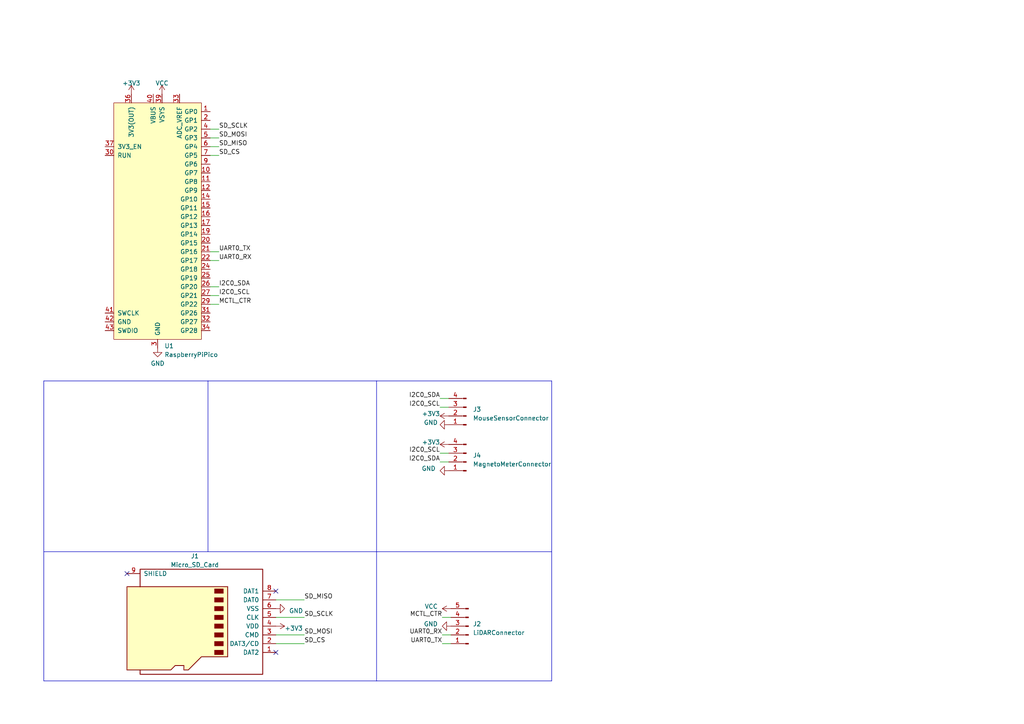
<source format=kicad_sch>
(kicad_sch (version 20230121) (generator eeschema)
  (paper "A4")
  (lib_symbols
    (symbol "Connector:Conn_01x04_Pin" (pin_names (offset 1.016) hide)
      (property "Reference" "J" (at 0 5.08 0))
      (property "Value" "Conn_01x04_Pin" (at 0 -7.62 0))
      (symbol "Conn_01x04_Pin_1_1"
        (polyline (pts (xy 1.27 -5.08) (xy 0.8636 -5.08)) (stroke (width 0.1524)))
        (polyline (pts (xy 1.27 -2.54) (xy 0.8636 -2.54)) (stroke (width 0.1524)))
        (polyline (pts (xy 1.27 0) (xy 0.8636 0)) (stroke (width 0.1524)))
        (polyline (pts (xy 1.27 2.54) (xy 0.8636 2.54)) (stroke (width 0.1524)))
        (rectangle (start 0.8636 -4.953) (end 0 -5.207) (stroke (width 0.1524)) (fill (type outline)))
        (rectangle (start 0.8636 -2.413) (end 0 -2.667) (stroke (width 0.1524)) (fill (type outline)))
        (rectangle (start 0.8636 0.127) (end 0 -0.127) (stroke (width 0.1524)) (fill (type outline)))
        (rectangle (start 0.8636 2.667) (end 0 2.413) (stroke (width 0.1524)) (fill (type outline)))
        (pin passive line (at 5.08 2.54 180) (length 3.81) (name "Pin_1") (number "1"))
        (pin passive line (at 5.08 0 180) (length 3.81) (name "Pin_2") (number "2"))
        (pin passive line (at 5.08 -2.54 180) (length 3.81) (name "Pin_3") (number "3"))
        (pin passive line (at 5.08 -5.08 180) (length 3.81) (name "Pin_4") (number "4"))
      )
    )
    (symbol "Connector:Conn_01x05_Pin" (pin_names (offset 1.016) hide)
      (property "Reference" "J" (at 0 7.62 0))
      (property "Value" "Conn_01x05_Pin" (at 0 -7.62 0))
      (symbol "Conn_01x05_Pin_1_1"
        (polyline (pts (xy 1.27 -5.08) (xy 0.8636 -5.08)) (stroke (width 0.1524)))
        (polyline (pts (xy 1.27 -2.54) (xy 0.8636 -2.54)) (stroke (width 0.1524)))
        (polyline (pts (xy 1.27 0) (xy 0.8636 0)) (stroke (width 0.1524)))
        (polyline (pts (xy 1.27 2.54) (xy 0.8636 2.54)) (stroke (width 0.1524)))
        (polyline (pts (xy 1.27 5.08) (xy 0.8636 5.08)) (stroke (width 0.1524)))
        (rectangle (start 0.8636 -4.953) (end 0 -5.207) (stroke (width 0.1524)) (fill (type outline)))
        (rectangle (start 0.8636 -2.413) (end 0 -2.667) (stroke (width 0.1524)) (fill (type outline)))
        (rectangle (start 0.8636 0.127) (end 0 -0.127) (stroke (width 0.1524)) (fill (type outline)))
        (rectangle (start 0.8636 2.667) (end 0 2.413) (stroke (width 0.1524)) (fill (type outline)))
        (rectangle (start 0.8636 5.207) (end 0 4.953) (stroke (width 0.1524)) (fill (type outline)))
        (pin passive line (at 5.08 5.08 180) (length 3.81) (name "Pin_1") (number "1"))
        (pin passive line (at 5.08 2.54 180) (length 3.81) (name "Pin_2") (number "2"))
        (pin passive line (at 5.08 0 180) (length 3.81) (name "Pin_3") (number "3"))
        (pin passive line (at 5.08 -2.54 180) (length 3.81) (name "Pin_4") (number "4"))
        (pin passive line (at 5.08 -5.08 180) (length 3.81) (name "Pin_5") (number "5"))
      )
    )
    (symbol "Connector:Micro_SD_Card" (pin_names (offset 1.016))
      (property "Reference" "J" (at -16.51 15.24 0))
      (property "Value" "Micro_SD_Card" (at 16.51 15.24 0))
      (symbol "Micro_SD_Card_0_1"
        (rectangle (start -7.62 -9.525) (end -5.08 -10.795) (fill (type outline)))
        (rectangle (start -7.62 -6.985) (end -5.08 -8.255) (fill (type outline)))
        (rectangle (start -7.62 -4.445) (end -5.08 -5.715) (fill (type outline)))
        (rectangle (start -7.62 -1.905) (end -5.08 -3.175) (fill (type outline)))
        (rectangle (start -7.62 0.635) (end -5.08 -0.635) (fill (type outline)))
        (rectangle (start -7.62 3.175) (end -5.08 1.905) (fill (type outline)))
        (rectangle (start -7.62 5.715) (end -5.08 4.445) (fill (type outline)))
        (rectangle (start -7.62 8.255) (end -5.08 6.985) (fill (type outline)))
        (polyline (pts (xy 16.51 12.7) (xy 16.51 13.97) (xy -19.05 13.97) (xy -19.05 -16.51) (xy 16.51 -16.51) (xy 16.51 -11.43)) (stroke (width 0.254)))
        (polyline (pts (xy -8.89 -11.43) (xy -8.89 8.89) (xy -1.27 8.89) (xy 2.54 12.7) (xy 3.81 12.7) (xy 3.81 11.43) (xy 6.35 11.43) (xy 7.62 12.7) (xy 20.32 12.7) (xy 20.32 -11.43) (xy -8.89 -11.43)) (stroke (width 0.254)) (fill (type background)))
      )
      (symbol "Micro_SD_Card_1_1"
        (pin bidirectional line (at -22.86 7.62 0) (length 3.81) (name "DAT2") (number "1"))
        (pin bidirectional line (at -22.86 5.08 0) (length 3.81) (name "DAT3/CD") (number "2"))
        (pin input line (at -22.86 2.54 0) (length 3.81) (name "CMD") (number "3"))
        (pin power_in line (at -22.86 0 0) (length 3.81) (name "VDD") (number "4"))
        (pin input line (at -22.86 -2.54 0) (length 3.81) (name "CLK") (number "5"))
        (pin power_in line (at -22.86 -5.08 0) (length 3.81) (name "VSS") (number "6"))
        (pin bidirectional line (at -22.86 -7.62 0) (length 3.81) (name "DAT0") (number "7"))
        (pin bidirectional line (at -22.86 -10.16 0) (length 3.81) (name "DAT1") (number "8"))
        (pin passive line (at 20.32 -15.24 180) (length 3.81) (name "SHIELD") (number "9"))
      )
    )
    (symbol "power:+3V3" (power) (pin_names (offset 0))
      (property "Value" "+3V3" (at 0 3.556 0))
      (symbol "+3V3_0_1"
        (polyline (pts (xy -0.762 1.27) (xy 0 2.54)))
        (polyline (pts (xy 0 0) (xy 0 2.54)))
        (polyline (pts (xy 0 2.54) (xy 0.762 1.27)))
      )
      (symbol "+3V3_1_1"
        (pin power_in line (at 0 0 90) (length 0) hide (name "+3V3") (number "1"))
      )
    )
    (symbol "power:GND" (power) (pin_names (offset 0))
      (property "Value" "GND" (at 0 -3.81 0))
      (symbol "GND_0_1"
        (polyline (pts (xy 0 0) (xy 0 -1.27) (xy 1.27 -1.27) (xy 0 -2.54) (xy -1.27 -1.27) (xy 0 -1.27)))
      )
      (symbol "GND_1_1"
        (pin power_in line (at 0 0 270) (length 0) hide (name "GND") (number "1"))
      )
    )
    (symbol "power:VCC" (power) (pin_names (offset 0))
      (property "Value" "VCC" (at 0 3.81 0))
      (symbol "VCC_0_1"
        (polyline (pts (xy -0.762 1.27) (xy 0 2.54)))
        (polyline (pts (xy 0 0) (xy 0 2.54)))
        (polyline (pts (xy 0 2.54) (xy 0.762 1.27)))
      )
      (symbol "VCC_1_1"
        (pin power_in line (at 0 0 90) (length 0) hide (name "VCC") (number "1"))
      )
    )
    (symbol "raspberrypipico:RaspberryPiPico" (pin_names (offset 1.016))
      (property "Reference" "U" (at 2.54 -5.08 0))
      (property "Value" "RaspberryPiPico" (at 2.54 -2.54 0))
      (symbol "RaspberryPiPico_0_1"
        (rectangle (start 0 0) (end 25.4 68.58) (fill (type background)))
      )
      (symbol "RaspberryPiPico_1_1"
        (pin bidirectional line (at 27.94 66.04 180) (length 2.54) (name "GP0") (number "1"))
        (pin bidirectional line (at 27.94 48.26 180) (length 2.54) (name "GP7") (number "10"))
        (pin bidirectional line (at 27.94 45.72 180) (length 2.54) (name "GP8") (number "11"))
        (pin bidirectional line (at 27.94 43.18 180) (length 2.54) (name "GP9") (number "12"))
        (pin power_in line (at 12.7 -2.54 90) (length 2.54) hide (name "GND") (number "13"))
        (pin bidirectional line (at 27.94 40.64 180) (length 2.54) (name "GP10") (number "14"))
        (pin bidirectional line (at 27.94 38.1 180) (length 2.54) (name "GP11") (number "15"))
        (pin bidirectional line (at 27.94 35.56 180) (length 2.54) (name "GP12") (number "16"))
        (pin bidirectional line (at 27.94 33.02 180) (length 2.54) (name "GP13") (number "17"))
        (pin power_in line (at 12.7 -2.54 90) (length 2.54) hide (name "GND") (number "18"))
        (pin bidirectional line (at 27.94 30.48 180) (length 2.54) (name "GP14") (number "19"))
        (pin bidirectional line (at 27.94 63.5 180) (length 2.54) (name "GP1") (number "2"))
        (pin bidirectional line (at 27.94 27.94 180) (length 2.54) (name "GP15") (number "20"))
        (pin bidirectional line (at 27.94 25.4 180) (length 2.54) (name "GP16") (number "21"))
        (pin bidirectional line (at 27.94 22.86 180) (length 2.54) (name "GP17") (number "22"))
        (pin power_in line (at 12.7 -2.54 90) (length 2.54) hide (name "GND") (number "23"))
        (pin bidirectional line (at 27.94 20.32 180) (length 2.54) (name "GP18") (number "24"))
        (pin bidirectional line (at 27.94 17.78 180) (length 2.54) (name "GP19") (number "25"))
        (pin bidirectional line (at 27.94 15.24 180) (length 2.54) (name "GP20") (number "26"))
        (pin bidirectional line (at 27.94 12.7 180) (length 2.54) (name "GP21") (number "27"))
        (pin power_in line (at 12.7 -2.54 90) (length 2.54) hide (name "GND") (number "28"))
        (pin bidirectional line (at 27.94 10.16 180) (length 2.54) (name "GP22") (number "29"))
        (pin power_in line (at 12.7 -2.54 90) (length 2.54) (name "GND") (number "3"))
        (pin input line (at -2.54 53.34 0) (length 2.54) (name "RUN") (number "30"))
        (pin bidirectional line (at 27.94 7.62 180) (length 2.54) (name "GP26") (number "31"))
        (pin bidirectional line (at 27.94 5.08 180) (length 2.54) (name "GP27") (number "32"))
        (pin input line (at 19.05 71.12 270) (length 2.54) (name "ADC_VREF") (number "33"))
        (pin power_in line (at 12.7 -2.54 90) (length 2.54) hide (name "GND") (number "33"))
        (pin bidirectional line (at 27.94 2.54 180) (length 2.54) (name "GP28") (number "34"))
        (pin power_out line (at 5.08 71.12 270) (length 2.54) (name "3V3(OUT)") (number "36"))
        (pin input line (at -2.54 55.88 0) (length 2.54) (name "3V3_EN") (number "37"))
        (pin power_in line (at 12.7 -2.54 90) (length 2.54) hide (name "GND") (number "38"))
        (pin power_in line (at 13.97 71.12 270) (length 2.54) (name "VSYS") (number "39"))
        (pin bidirectional line (at 27.94 60.96 180) (length 2.54) (name "GP2") (number "4"))
        (pin power_in line (at 11.43 71.12 270) (length 2.54) (name "VBUS") (number "40"))
        (pin input line (at -2.54 7.62 0) (length 2.54) (name "SWCLK") (number "41"))
        (pin power_in line (at -2.54 5.08 0) (length 2.54) (name "GND") (number "42"))
        (pin bidirectional line (at -2.54 2.54 0) (length 2.54) (name "SWDIO") (number "43"))
        (pin bidirectional line (at 27.94 58.42 180) (length 2.54) (name "GP3") (number "5"))
        (pin bidirectional line (at 27.94 55.88 180) (length 2.54) (name "GP4") (number "6"))
        (pin bidirectional line (at 27.94 53.34 180) (length 2.54) (name "GP5") (number "7"))
        (pin power_in line (at 12.7 -2.54 90) (length 2.54) hide (name "GND") (number "8"))
        (pin bidirectional line (at 27.94 50.8 180) (length 2.54) (name "GP6") (number "9"))
      )
    )
  )
  (no_connect (at 80.01 171.45))
  (no_connect (at 80.01 189.23))
  (no_connect (at 36.83 166.37))
  (wire (pts (xy 130.81 184.15) (xy 128.27 184.15)))
  (wire (pts (xy 130.175 133.985) (xy 127.635 133.985)))
  (polyline (pts (xy 109.22 110.49) (xy 109.22 160.02)))
  (polyline (pts (xy 160.02 110.49) (xy 109.22 110.49)))
  (polyline (pts (xy 12.7 160.02) (xy 12.7 197.485)))
  (wire (pts (xy 130.81 186.69) (xy 128.27 186.69)))
  (wire (pts (xy 60.96 88.265) (xy 63.5 88.265)))
  (polyline (pts (xy 60.325 110.49) (xy 109.22 110.49)))
  (polyline (pts (xy 12.7 197.485) (xy 109.22 197.485)))
  (wire (pts (xy 80.01 179.07) (xy 88.265 179.07)))
  (wire (pts (xy 60.96 37.465) (xy 63.5 37.465)))
  (polyline (pts (xy 160.02 197.485) (xy 160.02 160.02)))
  (polyline (pts (xy 109.22 197.485) (xy 160.02 197.485)))
  (polyline (pts (xy 160.02 160.02) (xy 160.02 110.49)))
  (wire (pts (xy 60.96 83.185) (xy 63.5 83.185)))
  (polyline (pts (xy 12.7 110.49) (xy 12.7 160.02)))
  (wire (pts (xy 80.01 173.99) (xy 88.265 173.99)))
  (wire (pts (xy 60.96 42.545) (xy 63.5 42.545)))
  (polyline (pts (xy 12.7 110.49) (xy 60.325 110.49)))
  (polyline (pts (xy 60.325 110.49) (xy 60.325 160.02)))
  (wire (pts (xy 130.81 179.07) (xy 128.27 179.07)))
  (polyline (pts (xy 109.22 160.02) (xy 12.7 160.02)))
  (wire (pts (xy 80.01 186.69) (xy 88.265 186.69)))
  (wire (pts (xy 60.96 40.005) (xy 63.5 40.005)))
  (polyline (pts (xy 109.22 197.485) (xy 109.22 160.02)))
  (wire (pts (xy 130.175 131.445) (xy 127.635 131.445)))
  (wire (pts (xy 60.96 45.085) (xy 63.5 45.085)))
  (wire (pts (xy 130.175 115.57) (xy 127.635 115.57)))
  (wire (pts (xy 130.175 118.11) (xy 127.635 118.11)))
  (wire (pts (xy 80.01 184.15) (xy 88.265 184.15)))
  (polyline (pts (xy 160.02 160.02) (xy 109.22 160.02)))
  (wire (pts (xy 60.96 75.565) (xy 63.5 75.565)))
  (wire (pts (xy 60.96 85.725) (xy 63.5 85.725)))
  (wire (pts (xy 60.96 73.025) (xy 63.5 73.025)))
  (label "MCTL_CTR" (at 128.27 179.07 180))
  (label "SD_MOSI" (at 63.5 40.005 0))
  (label "UART0_RX" (at 128.27 184.15 180))
  (label "I2C0_SCL" (at 127.635 118.11 180))
  (label "UART0_TX" (at 128.27 186.69 180))
  (label "UART0_RX" (at 63.5 75.565 0))
  (label "MCTL_CTR" (at 63.5 88.265 0))
  (label "I2C0_SCL" (at 63.5 85.725 0))
  (label "SD_MOSI" (at 88.265 184.15 0))
  (label "I2C0_SCL" (at 127.635 131.445 180))
  (label "SD_SCLK" (at 63.5 37.465 0))
  (label "SD_CS" (at 63.5 45.085 0))
  (label "UART0_TX" (at 63.5 73.025 0))
  (label "I2C0_SDA" (at 127.635 115.57 180))
  (label "I2C0_SDA" (at 127.635 133.985 180))
  (label "SD_CS" (at 88.265 186.69 0))
  (label "SD_SCLK" (at 88.265 179.07 0))
  (label "I2C0_SDA" (at 63.5 83.185 0))
  (label "SD_MISO" (at 88.265 173.99 0))
  (label "SD_MISO" (at 63.5 42.545 0))
  (symbol (lib_id "power:+3V3") (at 80.01 181.61 270) (unit 1)
    (property "Reference" "#PWR05" (effects hide))
    (property "Value" "+3V3" (at 82.55 182.245 90) (effects (justify left)))
  )
  (symbol (lib_id "power:GND") (at 45.72 100.965 0) (unit 1)
    (property "Reference" "#PWR03" (effects hide))
    (property "Value" "GND" (at 45.72 105.41 0))
  )
  (symbol (lib_id "Connector:Conn_01x05_Pin") (at 135.89 181.61 180) (unit 1)
    (property "Reference" "J2" (at 137.16 180.975 0) (effects (justify right)))
    (property "Value" "LiDARConnector" (at 137.16 183.515 0) (effects (justify right)))
    (property "Footprint" "Connector_PinSocket_2.54mm:PinSocket_1x05_P2.54mm_Vertical" (effects hide))
  )
  (symbol (lib_id "power:VCC") (at 46.99 27.305 0) (unit 1)
    (property "Reference" "#PWR01" (effects hide))
    (property "Value" "VCC" (at 46.99 24.13 0))
  )
  (symbol (lib_id "Connector:Micro_SD_Card") (at 57.15 181.61 180) (unit 1)
    (property "Reference" "J1" (at 56.515 161.29 0))
    (property "Value" "Micro_SD_Card" (at 56.515 163.83 0))
    (property "Footprint" "Connector_Card:microSD_HC_Molex_104031-0811" (effects hide))
    (property "Datasheet" "http://katalog.we-online.de/em/datasheet/693072010801.pdf" (effects hide))
  )
  (symbol (lib_id "power:+3V3") (at 38.1 27.305 0) (unit 1)
    (property "Reference" "#PWR02" (effects hide))
    (property "Value" "+3V3" (at 38.1 24.13 0))
  )
  (symbol (lib_id "power:VCC") (at 130.81 176.53 90) (unit 1)
    (property "Reference" "#PWR010" (effects hide))
    (property "Value" "VCC" (at 127 175.895 90) (effects (justify left)))
  )
  (symbol (lib_id "power:GND") (at 80.01 176.53 90) (unit 1)
    (property "Reference" "#PWR04" (effects hide))
    (property "Value" "GND" (at 83.82 177.165 90) (effects (justify right)))
  )
  (symbol (lib_id "Connector:Conn_01x04_Pin") (at 135.255 133.985 180) (unit 1)
    (property "Reference" "J4" (at 137.16 132.08 0) (effects (justify right)))
    (property "Value" "MagnetoMeterConnector" (at 137.16 134.62 0) (effects (justify right)))
    (property "Footprint" "Connector_PinSocket_2.54mm:PinSocket_1x04_P2.54mm_Vertical" (effects hide))
  )
  (symbol (lib_id "raspberrypipico:RaspberryPiPico") (at 33.02 98.425 0) (unit 1)
    (property "Reference" "U1" (at 47.6759 100.33 0) (effects (justify left)))
    (property "Value" "RaspberryPiPico" (at 47.6759 102.87 0) (effects (justify left)))
    (property "Footprint" "BreakoutModules:RPi_Pico" (effects hide))
  )
  (symbol (lib_id "power:GND") (at 130.175 136.525 270) (unit 1)
    (property "Reference" "#PWR06" (effects hide))
    (property "Value" "GND" (at 126.365 135.89 90) (effects (justify right)))
  )
  (symbol (lib_id "power:GND") (at 130.175 123.19 270) (unit 1)
    (property "Reference" "#PWR07" (effects hide))
    (property "Value" "GND" (at 127 122.555 90) (effects (justify right)))
  )
  (symbol (lib_id "power:+3V3") (at 130.175 128.905 90) (unit 1)
    (property "Reference" "#PWR09" (effects hide))
    (property "Value" "+3V3" (at 127.635 128.27 90) (effects (justify left)))
  )
  (symbol (lib_id "Connector:Conn_01x04_Pin") (at 135.255 120.65 180) (unit 1)
    (property "Reference" "J3" (at 137.16 118.745 0) (effects (justify right)))
    (property "Value" "MouseSensorConnector" (at 137.16 121.285 0) (effects (justify right)))
    (property "Footprint" "Connector_PinSocket_2.54mm:PinSocket_1x04_P2.54mm_Vertical" (effects hide))
  )
  (symbol (lib_id "power:+3V3") (at 130.175 120.65 90) (unit 1)
    (property "Reference" "#PWR08" (effects hide))
    (property "Value" "+3V3" (at 127.635 120.015 90) (effects (justify left)))
  )
  (symbol (lib_id "power:GND") (at 130.81 181.61 270) (unit 1)
    (property "Reference" "#PWR011" (effects hide))
    (property "Value" "GND" (at 127 180.975 90) (effects (justify right)))
  )
)
</source>
